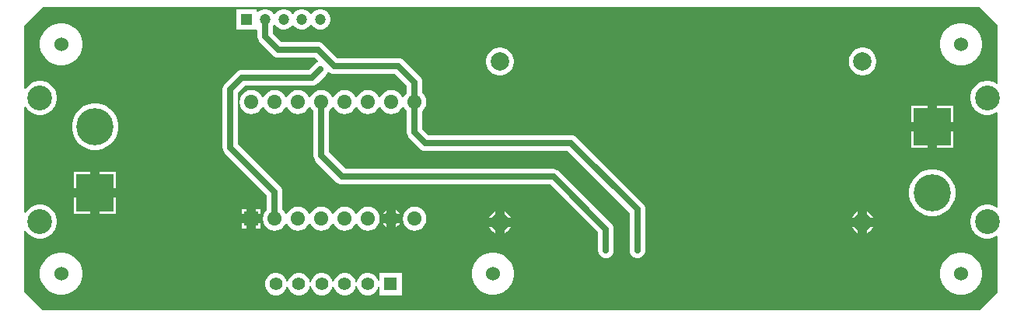
<source format=gbl>
G04*
G04 #@! TF.GenerationSoftware,Altium Limited,Altium Designer,25.8.1 (18)*
G04*
G04 Layer_Physical_Order=2*
G04 Layer_Color=16711680*
%FSLAX44Y44*%
%MOMM*%
G71*
G04*
G04 #@! TF.SameCoordinates,F8F0A343-2924-4F85-9C9D-BDB02173843C*
G04*
G04*
G04 #@! TF.FilePolarity,Positive*
G04*
G01*
G75*
%ADD22O,1.5240X1.6000*%
%ADD24R,1.5240X1.6000*%
%ADD29C,1.2000*%
%ADD30R,1.2000X1.2000*%
%ADD33C,0.7000*%
%ADD37C,2.0000*%
%ADD38C,4.0500*%
%ADD39R,4.0500X4.0500*%
%ADD40C,2.7000*%
%ADD41R,1.4000X1.4000*%
%ADD42C,1.4000*%
%ADD43C,1.5240*%
%ADD44C,0.7000*%
G36*
X1350000Y1230000D02*
Y1167606D01*
X1348880Y1167008D01*
X1347343Y1168035D01*
X1343976Y1169429D01*
X1340402Y1170140D01*
X1336758D01*
X1333184Y1169429D01*
X1329817Y1168035D01*
X1326787Y1166010D01*
X1324210Y1163433D01*
X1322186Y1160403D01*
X1320791Y1157036D01*
X1320080Y1153462D01*
Y1149818D01*
X1320791Y1146244D01*
X1322186Y1142877D01*
X1324210Y1139847D01*
X1326787Y1137270D01*
X1329817Y1135246D01*
X1333184Y1133851D01*
X1336758Y1133140D01*
X1340402D01*
X1343976Y1133851D01*
X1347343Y1135246D01*
X1348880Y1136273D01*
X1350000Y1135674D01*
Y1032606D01*
X1348880Y1032008D01*
X1347343Y1033035D01*
X1343976Y1034429D01*
X1340402Y1035140D01*
X1336758D01*
X1333184Y1034429D01*
X1329817Y1033035D01*
X1326787Y1031010D01*
X1324210Y1028433D01*
X1322186Y1025403D01*
X1320791Y1022036D01*
X1320080Y1018462D01*
Y1014818D01*
X1320791Y1011244D01*
X1322186Y1007877D01*
X1324210Y1004847D01*
X1326787Y1002270D01*
X1329817Y1000246D01*
X1333184Y998851D01*
X1336758Y998140D01*
X1340402D01*
X1343976Y998851D01*
X1347343Y1000246D01*
X1348880Y1001273D01*
X1350000Y1000674D01*
Y940000D01*
X1330000Y920000D01*
X310000D01*
X290000Y940000D01*
Y1006542D01*
X291270Y1006927D01*
X292660Y1004847D01*
X295237Y1002270D01*
X298267Y1000246D01*
X301634Y998851D01*
X305208Y998140D01*
X308852D01*
X312426Y998851D01*
X315793Y1000246D01*
X318823Y1002270D01*
X321400Y1004847D01*
X323424Y1007877D01*
X324819Y1011244D01*
X325530Y1014818D01*
Y1018462D01*
X324819Y1022036D01*
X323424Y1025403D01*
X321400Y1028433D01*
X318823Y1031010D01*
X315793Y1033035D01*
X312426Y1034429D01*
X308852Y1035140D01*
X305208D01*
X301634Y1034429D01*
X298267Y1033035D01*
X295237Y1031010D01*
X292660Y1028433D01*
X291270Y1026353D01*
X290000Y1026738D01*
Y1141542D01*
X291270Y1141927D01*
X292660Y1139847D01*
X295237Y1137270D01*
X298267Y1135246D01*
X301634Y1133851D01*
X305208Y1133140D01*
X308852D01*
X312426Y1133851D01*
X315793Y1135246D01*
X318823Y1137270D01*
X321400Y1139847D01*
X323424Y1142877D01*
X324819Y1146244D01*
X325530Y1149818D01*
Y1153462D01*
X324819Y1157036D01*
X323424Y1160403D01*
X321400Y1163433D01*
X318823Y1166010D01*
X315793Y1168035D01*
X312426Y1169429D01*
X308852Y1170140D01*
X305208D01*
X301634Y1169429D01*
X298267Y1168035D01*
X295237Y1166010D01*
X292660Y1163433D01*
X291270Y1161353D01*
X290000Y1161738D01*
Y1230000D01*
X310000Y1250000D01*
X1330000D01*
X1350000Y1230000D01*
D02*
G37*
%LPC*%
G36*
X613588Y1247980D02*
X610692D01*
X607894Y1247230D01*
X605386Y1245782D01*
X603338Y1243734D01*
X602775Y1242759D01*
X601505D01*
X600942Y1243734D01*
X598894Y1245782D01*
X596386Y1247230D01*
X593588Y1247980D01*
X590692D01*
X587894Y1247230D01*
X585386Y1245782D01*
X583338Y1243734D01*
X582775Y1242759D01*
X581505D01*
X580942Y1243734D01*
X578894Y1245782D01*
X576386Y1247230D01*
X573588Y1247980D01*
X570692D01*
X567894Y1247230D01*
X565386Y1245782D01*
X563338Y1243734D01*
X562775Y1242759D01*
X561505D01*
X560942Y1243734D01*
X558894Y1245782D01*
X556386Y1247230D01*
X553588Y1247980D01*
X550692D01*
X547894Y1247230D01*
X545386Y1245782D01*
X544410Y1244806D01*
X543140Y1245332D01*
Y1247980D01*
X521140D01*
Y1225980D01*
X543140D01*
X543877Y1225015D01*
Y1217930D01*
X544169Y1215711D01*
X545025Y1213643D01*
X546388Y1211868D01*
X560358Y1197898D01*
X562133Y1196535D01*
X564201Y1195679D01*
X566420Y1195387D01*
X606049D01*
X609609Y1191826D01*
X609610Y1191822D01*
X609453Y1190776D01*
X609245Y1190394D01*
X608859Y1190291D01*
X608372Y1190010D01*
X607853Y1189795D01*
X607408Y1189453D01*
X606921Y1189172D01*
X606524Y1188774D01*
X606078Y1188432D01*
X599699Y1182053D01*
X527050D01*
X524831Y1181761D01*
X522763Y1180905D01*
X520988Y1179542D01*
X508288Y1166842D01*
X506925Y1165067D01*
X506069Y1162999D01*
X505777Y1160780D01*
Y1097280D01*
X506069Y1095061D01*
X506925Y1092993D01*
X508288Y1091218D01*
X554037Y1045469D01*
Y1029519D01*
X553609Y1029191D01*
X551586Y1026554D01*
X550315Y1023484D01*
X549881Y1020190D01*
Y1019430D01*
X550315Y1016135D01*
X551586Y1013066D01*
X553609Y1010429D01*
X556246Y1008407D01*
X559315Y1007135D01*
X562610Y1006701D01*
X565905Y1007135D01*
X568974Y1008407D01*
X571611Y1010429D01*
X573633Y1013066D01*
X574623Y1015454D01*
X575997D01*
X576987Y1013066D01*
X579009Y1010429D01*
X581646Y1008407D01*
X584715Y1007135D01*
X588010Y1006701D01*
X591305Y1007135D01*
X594374Y1008407D01*
X597011Y1010429D01*
X599034Y1013066D01*
X600023Y1015454D01*
X601397D01*
X602387Y1013066D01*
X604409Y1010429D01*
X607046Y1008407D01*
X610116Y1007135D01*
X613410Y1006701D01*
X616704Y1007135D01*
X619774Y1008407D01*
X622411Y1010429D01*
X624434Y1013066D01*
X625423Y1015454D01*
X626797D01*
X627786Y1013066D01*
X629809Y1010429D01*
X632446Y1008407D01*
X635516Y1007135D01*
X638810Y1006701D01*
X642104Y1007135D01*
X645174Y1008407D01*
X647811Y1010429D01*
X649834Y1013066D01*
X650823Y1015454D01*
X652197D01*
X653186Y1013066D01*
X655209Y1010429D01*
X657846Y1008407D01*
X660916Y1007135D01*
X664210Y1006701D01*
X667505Y1007135D01*
X670574Y1008407D01*
X673211Y1010429D01*
X675234Y1013066D01*
X676505Y1016135D01*
X676939Y1019430D01*
Y1020190D01*
X676505Y1023484D01*
X675234Y1026554D01*
X673211Y1029191D01*
X670574Y1031214D01*
X667505Y1032485D01*
X664210Y1032919D01*
X660916Y1032485D01*
X657846Y1031214D01*
X655209Y1029191D01*
X653186Y1026554D01*
X652197Y1024166D01*
X650823D01*
X649834Y1026554D01*
X647811Y1029191D01*
X645174Y1031214D01*
X642104Y1032485D01*
X638810Y1032919D01*
X635516Y1032485D01*
X632446Y1031214D01*
X629809Y1029191D01*
X627786Y1026554D01*
X626797Y1024166D01*
X625423D01*
X624434Y1026554D01*
X622411Y1029191D01*
X619774Y1031214D01*
X616704Y1032485D01*
X613410Y1032919D01*
X610116Y1032485D01*
X607046Y1031214D01*
X604409Y1029191D01*
X602387Y1026554D01*
X601397Y1024166D01*
X600023D01*
X599034Y1026554D01*
X597011Y1029191D01*
X594374Y1031214D01*
X591305Y1032485D01*
X588010Y1032919D01*
X584715Y1032485D01*
X581646Y1031214D01*
X579009Y1029191D01*
X576987Y1026554D01*
X575997Y1024166D01*
X574623D01*
X573633Y1026554D01*
X571611Y1029191D01*
X571183Y1029519D01*
Y1049020D01*
X570891Y1051239D01*
X570035Y1053307D01*
X568672Y1055082D01*
X522923Y1100831D01*
Y1157229D01*
X530601Y1164907D01*
X603250D01*
X605469Y1165199D01*
X607537Y1166055D01*
X609312Y1167418D01*
X618202Y1176308D01*
X618544Y1176754D01*
X618942Y1177151D01*
X619223Y1177638D01*
X619565Y1178083D01*
X619780Y1178602D01*
X620061Y1179089D01*
X620164Y1179475D01*
X620643Y1179742D01*
X621557Y1179899D01*
X621622Y1179884D01*
X623093Y1178755D01*
X625161Y1177899D01*
X627380Y1177607D01*
X693679D01*
X706437Y1164849D01*
Y1156518D01*
X706009Y1156191D01*
X703987Y1153554D01*
X702997Y1151166D01*
X701623D01*
X700633Y1153554D01*
X698611Y1156191D01*
X695974Y1158214D01*
X692905Y1159485D01*
X689610Y1159919D01*
X686316Y1159485D01*
X683246Y1158214D01*
X680609Y1156191D01*
X678587Y1153554D01*
X677597Y1151166D01*
X676223D01*
X675234Y1153554D01*
X673211Y1156191D01*
X670574Y1158214D01*
X667505Y1159485D01*
X664210Y1159919D01*
X660916Y1159485D01*
X657846Y1158214D01*
X655209Y1156191D01*
X653186Y1153554D01*
X652197Y1151166D01*
X650823D01*
X649834Y1153554D01*
X647811Y1156191D01*
X645174Y1158214D01*
X642104Y1159485D01*
X638810Y1159919D01*
X635516Y1159485D01*
X632446Y1158214D01*
X629809Y1156191D01*
X627786Y1153554D01*
X626797Y1151166D01*
X625423D01*
X624434Y1153554D01*
X622411Y1156191D01*
X619774Y1158214D01*
X616704Y1159485D01*
X613410Y1159919D01*
X610116Y1159485D01*
X607046Y1158214D01*
X604409Y1156191D01*
X602387Y1153554D01*
X601397Y1151166D01*
X600023D01*
X599034Y1153554D01*
X597011Y1156191D01*
X594374Y1158214D01*
X591305Y1159485D01*
X588010Y1159919D01*
X584715Y1159485D01*
X581646Y1158214D01*
X579009Y1156191D01*
X576987Y1153554D01*
X575997Y1151166D01*
X574623D01*
X573633Y1153554D01*
X571611Y1156191D01*
X568974Y1158214D01*
X565905Y1159485D01*
X562610Y1159919D01*
X559315Y1159485D01*
X556246Y1158214D01*
X553609Y1156191D01*
X551586Y1153554D01*
X550597Y1151166D01*
X549223D01*
X548233Y1153554D01*
X546211Y1156191D01*
X543574Y1158214D01*
X540504Y1159485D01*
X537210Y1159919D01*
X533915Y1159485D01*
X530846Y1158214D01*
X528209Y1156191D01*
X526186Y1153554D01*
X524915Y1150484D01*
X524481Y1147190D01*
Y1146430D01*
X524915Y1143136D01*
X526186Y1140066D01*
X528209Y1137429D01*
X530846Y1135406D01*
X533915Y1134135D01*
X537210Y1133701D01*
X540504Y1134135D01*
X543574Y1135406D01*
X546211Y1137429D01*
X548233Y1140066D01*
X549223Y1142454D01*
X550597D01*
X551586Y1140066D01*
X553609Y1137429D01*
X556246Y1135406D01*
X559315Y1134135D01*
X562610Y1133701D01*
X565905Y1134135D01*
X568974Y1135406D01*
X571611Y1137429D01*
X573633Y1140066D01*
X574623Y1142454D01*
X575997D01*
X576987Y1140066D01*
X579009Y1137429D01*
X581646Y1135406D01*
X584715Y1134135D01*
X588010Y1133701D01*
X591305Y1134135D01*
X594374Y1135406D01*
X597011Y1137429D01*
X599034Y1140066D01*
X600023Y1142454D01*
X601397D01*
X602387Y1140066D01*
X604409Y1137429D01*
X604837Y1137102D01*
Y1088390D01*
X605129Y1086171D01*
X605985Y1084103D01*
X607348Y1082328D01*
X630208Y1059468D01*
X631983Y1058105D01*
X634051Y1057249D01*
X636270Y1056957D01*
X862589D01*
X914717Y1004829D01*
Y985520D01*
X914790Y984963D01*
Y984401D01*
X914935Y983858D01*
X915009Y983301D01*
X915224Y982782D01*
X915369Y982239D01*
X915650Y981752D01*
X915865Y981233D01*
X916207Y980788D01*
X916488Y980301D01*
X916886Y979904D01*
X917228Y979458D01*
X917674Y979116D01*
X918071Y978718D01*
X918558Y978437D01*
X919003Y978095D01*
X919522Y977880D01*
X920009Y977599D01*
X920552Y977454D01*
X921071Y977239D01*
X921628Y977165D01*
X922171Y977020D01*
X922733D01*
X923290Y976947D01*
X923847Y977020D01*
X924409D01*
X924952Y977165D01*
X925509Y977239D01*
X926028Y977454D01*
X926571Y977599D01*
X927058Y977880D01*
X927577Y978095D01*
X928022Y978437D01*
X928509Y978718D01*
X928906Y979116D01*
X929352Y979458D01*
X929694Y979904D01*
X930092Y980301D01*
X930373Y980788D01*
X930715Y981233D01*
X930930Y981752D01*
X931211Y982239D01*
X931356Y982782D01*
X931571Y983301D01*
X931645Y983858D01*
X931790Y984401D01*
Y984963D01*
X931863Y985520D01*
Y1008380D01*
X931863Y1008380D01*
X931571Y1010599D01*
X930715Y1012667D01*
X929352Y1014442D01*
X872202Y1071592D01*
X870427Y1072955D01*
X868359Y1073811D01*
X866140Y1074103D01*
X639821D01*
X621983Y1091941D01*
Y1137102D01*
X622411Y1137429D01*
X624434Y1140066D01*
X625423Y1142454D01*
X626797D01*
X627786Y1140066D01*
X629809Y1137429D01*
X632446Y1135406D01*
X635516Y1134135D01*
X638810Y1133701D01*
X642104Y1134135D01*
X645174Y1135406D01*
X647811Y1137429D01*
X649834Y1140066D01*
X650823Y1142454D01*
X652197D01*
X653186Y1140066D01*
X655209Y1137429D01*
X657846Y1135406D01*
X660916Y1134135D01*
X664210Y1133701D01*
X667505Y1134135D01*
X670574Y1135406D01*
X673211Y1137429D01*
X675234Y1140066D01*
X676223Y1142454D01*
X677597D01*
X678587Y1140066D01*
X680609Y1137429D01*
X683246Y1135406D01*
X686316Y1134135D01*
X689610Y1133701D01*
X692905Y1134135D01*
X695974Y1135406D01*
X698611Y1137429D01*
X700633Y1140066D01*
X701623Y1142454D01*
X702997D01*
X703987Y1140066D01*
X706009Y1137429D01*
X706437Y1137102D01*
Y1113790D01*
X706729Y1111571D01*
X707585Y1109503D01*
X708948Y1107728D01*
X720378Y1096298D01*
X722153Y1094935D01*
X724221Y1094079D01*
X726440Y1093787D01*
X881639D01*
X949007Y1026419D01*
Y985520D01*
X949080Y984963D01*
Y984401D01*
X949225Y983858D01*
X949299Y983301D01*
X949514Y982782D01*
X949659Y982239D01*
X949940Y981752D01*
X950155Y981233D01*
X950497Y980788D01*
X950778Y980301D01*
X951176Y979904D01*
X951518Y979458D01*
X951964Y979116D01*
X952361Y978718D01*
X952848Y978437D01*
X953293Y978095D01*
X953812Y977880D01*
X954299Y977599D01*
X954842Y977454D01*
X955361Y977239D01*
X955918Y977165D01*
X956461Y977020D01*
X957023D01*
X957580Y976947D01*
X958137Y977020D01*
X958699D01*
X959242Y977165D01*
X959799Y977239D01*
X960318Y977454D01*
X960861Y977599D01*
X961348Y977880D01*
X961867Y978095D01*
X962312Y978437D01*
X962799Y978718D01*
X963196Y979116D01*
X963642Y979458D01*
X963984Y979904D01*
X964382Y980301D01*
X964663Y980788D01*
X965005Y981233D01*
X965220Y981752D01*
X965501Y982239D01*
X965646Y982782D01*
X965861Y983301D01*
X965935Y983858D01*
X966080Y984401D01*
Y984963D01*
X966153Y985520D01*
Y1029970D01*
X965861Y1032189D01*
X965005Y1034257D01*
X963642Y1036032D01*
X891252Y1108422D01*
X889477Y1109785D01*
X887409Y1110641D01*
X885190Y1110933D01*
X729991D01*
X723583Y1117341D01*
Y1137102D01*
X724011Y1137429D01*
X726033Y1140066D01*
X727305Y1143136D01*
X727739Y1146430D01*
Y1147190D01*
X727305Y1150484D01*
X726033Y1153554D01*
X724011Y1156191D01*
X723583Y1156518D01*
Y1168400D01*
X723291Y1170619D01*
X722435Y1172687D01*
X721072Y1174462D01*
X703292Y1192242D01*
X701517Y1193605D01*
X699449Y1194461D01*
X697230Y1194753D01*
X630931D01*
X615662Y1210022D01*
X613887Y1211385D01*
X611819Y1212241D01*
X609600Y1212533D01*
X569971D01*
X561023Y1221481D01*
Y1230367D01*
X561505Y1231201D01*
X562775D01*
X563338Y1230226D01*
X565386Y1228178D01*
X567894Y1226730D01*
X570692Y1225980D01*
X573588D01*
X576386Y1226730D01*
X578894Y1228178D01*
X580942Y1230226D01*
X581505Y1231201D01*
X582775D01*
X583338Y1230226D01*
X585386Y1228178D01*
X587894Y1226730D01*
X590692Y1225980D01*
X593588D01*
X596386Y1226730D01*
X598894Y1228178D01*
X600942Y1230226D01*
X601505Y1231201D01*
X602775D01*
X603338Y1230226D01*
X605386Y1228178D01*
X607894Y1226730D01*
X610692Y1225980D01*
X613588D01*
X616386Y1226730D01*
X618894Y1228178D01*
X620942Y1230226D01*
X622390Y1232734D01*
X623140Y1235532D01*
Y1238428D01*
X622390Y1241226D01*
X620942Y1243734D01*
X618894Y1245782D01*
X616386Y1247230D01*
X613588Y1247980D01*
D02*
G37*
G36*
X1312265Y1233000D02*
X1307735D01*
X1303291Y1232116D01*
X1299105Y1230382D01*
X1295338Y1227865D01*
X1292135Y1224662D01*
X1289618Y1220895D01*
X1287884Y1216709D01*
X1287000Y1212265D01*
Y1207735D01*
X1287884Y1203291D01*
X1289618Y1199105D01*
X1292135Y1195338D01*
X1295338Y1192135D01*
X1299105Y1189618D01*
X1303291Y1187884D01*
X1307735Y1187000D01*
X1312265D01*
X1316709Y1187884D01*
X1320895Y1189618D01*
X1324662Y1192135D01*
X1327865Y1195338D01*
X1330382Y1199105D01*
X1332116Y1203291D01*
X1333000Y1207735D01*
Y1212265D01*
X1332116Y1216709D01*
X1330382Y1220895D01*
X1327865Y1224662D01*
X1324662Y1227865D01*
X1320895Y1230382D01*
X1316709Y1232116D01*
X1312265Y1233000D01*
D02*
G37*
G36*
X332265D02*
X327735D01*
X323291Y1232116D01*
X319105Y1230382D01*
X315338Y1227865D01*
X312135Y1224662D01*
X309618Y1220895D01*
X307884Y1216709D01*
X307000Y1212265D01*
Y1207735D01*
X307884Y1203291D01*
X309618Y1199105D01*
X312135Y1195338D01*
X315338Y1192135D01*
X319105Y1189618D01*
X323291Y1187884D01*
X327735Y1187000D01*
X332265D01*
X336709Y1187884D01*
X340895Y1189618D01*
X344662Y1192135D01*
X347865Y1195338D01*
X350382Y1199105D01*
X352116Y1203291D01*
X353000Y1207735D01*
Y1212265D01*
X352116Y1216709D01*
X350382Y1220895D01*
X347865Y1224662D01*
X344662Y1227865D01*
X340895Y1230382D01*
X336709Y1232116D01*
X332265Y1233000D01*
D02*
G37*
G36*
X1204197Y1206000D02*
X1201243D01*
X1198345Y1205424D01*
X1195615Y1204293D01*
X1193158Y1202651D01*
X1191069Y1200562D01*
X1189427Y1198105D01*
X1188297Y1195375D01*
X1187720Y1192477D01*
Y1189523D01*
X1188297Y1186625D01*
X1189427Y1183895D01*
X1191069Y1181438D01*
X1193158Y1179349D01*
X1195615Y1177707D01*
X1198345Y1176577D01*
X1201243Y1176000D01*
X1204197D01*
X1207095Y1176577D01*
X1209825Y1177707D01*
X1212282Y1179349D01*
X1214371Y1181438D01*
X1216013Y1183895D01*
X1217143Y1186625D01*
X1217720Y1189523D01*
Y1192477D01*
X1217143Y1195375D01*
X1216013Y1198105D01*
X1214371Y1200562D01*
X1212282Y1202651D01*
X1209825Y1204293D01*
X1207095Y1205424D01*
X1204197Y1206000D01*
D02*
G37*
G36*
X809197D02*
X806243D01*
X803345Y1205424D01*
X800615Y1204293D01*
X798158Y1202651D01*
X796069Y1200562D01*
X794427Y1198105D01*
X793297Y1195375D01*
X792720Y1192477D01*
Y1189523D01*
X793297Y1186625D01*
X794427Y1183895D01*
X796069Y1181438D01*
X798158Y1179349D01*
X800615Y1177707D01*
X803345Y1176577D01*
X806243Y1176000D01*
X809197D01*
X812095Y1176577D01*
X814825Y1177707D01*
X817282Y1179349D01*
X819371Y1181438D01*
X821013Y1183895D01*
X822143Y1186625D01*
X822720Y1189523D01*
Y1192477D01*
X822143Y1195375D01*
X821013Y1198105D01*
X819371Y1200562D01*
X817282Y1202651D01*
X814825Y1204293D01*
X812095Y1205424D01*
X809197Y1206000D01*
D02*
G37*
G36*
X1301370Y1142930D02*
X1283580D01*
Y1125140D01*
X1301370D01*
Y1142930D01*
D02*
G37*
G36*
X1273580D02*
X1255790D01*
Y1125140D01*
X1273580D01*
Y1142930D01*
D02*
G37*
G36*
X1301370Y1115140D02*
X1283580D01*
Y1097350D01*
X1301370D01*
Y1115140D01*
D02*
G37*
G36*
X1273580D02*
X1255790D01*
Y1097350D01*
X1273580D01*
Y1115140D01*
D02*
G37*
G36*
X369517Y1145390D02*
X364543D01*
X359665Y1144420D01*
X355070Y1142516D01*
X350934Y1139753D01*
X347417Y1136236D01*
X344654Y1132100D01*
X342750Y1127505D01*
X341780Y1122627D01*
Y1117653D01*
X342750Y1112775D01*
X344654Y1108180D01*
X347417Y1104044D01*
X350934Y1100527D01*
X355070Y1097764D01*
X359665Y1095860D01*
X364543Y1094890D01*
X369517D01*
X374395Y1095860D01*
X378990Y1097764D01*
X383126Y1100527D01*
X386643Y1104044D01*
X389406Y1108180D01*
X391310Y1112775D01*
X392280Y1117653D01*
Y1122627D01*
X391310Y1127505D01*
X389406Y1132100D01*
X386643Y1136236D01*
X383126Y1139753D01*
X378990Y1142516D01*
X374395Y1144420D01*
X369517Y1145390D01*
D02*
G37*
G36*
X389820Y1070930D02*
X372030D01*
Y1053140D01*
X389820D01*
Y1070930D01*
D02*
G37*
G36*
X362030D02*
X344240D01*
Y1053140D01*
X362030D01*
Y1070930D01*
D02*
G37*
G36*
X389820Y1043140D02*
X372030D01*
Y1025350D01*
X389820D01*
Y1043140D01*
D02*
G37*
G36*
X362030D02*
X344240D01*
Y1025350D01*
X362030D01*
Y1043140D01*
D02*
G37*
G36*
X694610Y1029116D02*
Y1024810D01*
X698693D01*
X698485Y1025314D01*
X696856Y1027436D01*
X694734Y1029065D01*
X694610Y1029116D01*
D02*
G37*
G36*
X547370Y1030350D02*
X542210D01*
Y1024810D01*
X547370D01*
Y1030350D01*
D02*
G37*
G36*
X684610Y1029116D02*
X684486Y1029065D01*
X682364Y1027436D01*
X680735Y1025314D01*
X680527Y1024810D01*
X684610D01*
Y1029116D01*
D02*
G37*
G36*
X532210Y1030350D02*
X527050D01*
Y1024810D01*
X532210D01*
Y1030350D01*
D02*
G37*
G36*
X1281067Y1073390D02*
X1276093D01*
X1271215Y1072420D01*
X1266620Y1070516D01*
X1262484Y1067753D01*
X1258967Y1064236D01*
X1256204Y1060100D01*
X1254300Y1055505D01*
X1253330Y1050627D01*
Y1045653D01*
X1254300Y1040775D01*
X1256204Y1036180D01*
X1258967Y1032044D01*
X1262484Y1028527D01*
X1266620Y1025764D01*
X1271215Y1023860D01*
X1276093Y1022890D01*
X1281067D01*
X1285945Y1023860D01*
X1290540Y1025764D01*
X1294676Y1028527D01*
X1298193Y1032044D01*
X1300956Y1036180D01*
X1302860Y1040775D01*
X1303830Y1045653D01*
Y1050627D01*
X1302860Y1055505D01*
X1300956Y1060100D01*
X1298193Y1064236D01*
X1294676Y1067753D01*
X1290540Y1070516D01*
X1285945Y1072420D01*
X1281067Y1073390D01*
D02*
G37*
G36*
X1207720Y1027593D02*
Y1021000D01*
X1214313D01*
X1212755Y1023700D01*
X1210420Y1026034D01*
X1207720Y1027593D01*
D02*
G37*
G36*
X1197720D02*
X1195020Y1026034D01*
X1192685Y1023700D01*
X1191127Y1021000D01*
X1197720D01*
Y1027593D01*
D02*
G37*
G36*
X812720D02*
Y1021000D01*
X819313D01*
X817755Y1023700D01*
X815420Y1026034D01*
X812720Y1027593D01*
D02*
G37*
G36*
X802720D02*
X800020Y1026034D01*
X797685Y1023700D01*
X796127Y1021000D01*
X802720D01*
Y1027593D01*
D02*
G37*
G36*
X698693Y1014810D02*
X694610D01*
Y1010504D01*
X694734Y1010555D01*
X696856Y1012184D01*
X698485Y1014306D01*
X698693Y1014810D01*
D02*
G37*
G36*
X684610D02*
X680527D01*
X680735Y1014306D01*
X682364Y1012184D01*
X684486Y1010555D01*
X684610Y1010504D01*
Y1014810D01*
D02*
G37*
G36*
X547370D02*
X542210D01*
Y1009270D01*
X547370D01*
Y1014810D01*
D02*
G37*
G36*
X532210D02*
X527050D01*
Y1009270D01*
X532210D01*
Y1014810D01*
D02*
G37*
G36*
X715010Y1032919D02*
X711715Y1032485D01*
X708646Y1031214D01*
X706009Y1029191D01*
X703987Y1026554D01*
X702715Y1023484D01*
X702281Y1020190D01*
Y1019430D01*
X702715Y1016135D01*
X703987Y1013066D01*
X706009Y1010429D01*
X708646Y1008407D01*
X711715Y1007135D01*
X715010Y1006701D01*
X718305Y1007135D01*
X721374Y1008407D01*
X724011Y1010429D01*
X726033Y1013066D01*
X727305Y1016135D01*
X727739Y1019430D01*
Y1020190D01*
X727305Y1023484D01*
X726033Y1026554D01*
X724011Y1029191D01*
X721374Y1031214D01*
X718305Y1032485D01*
X715010Y1032919D01*
D02*
G37*
G36*
X819313Y1011000D02*
X812720D01*
Y1004407D01*
X815420Y1005965D01*
X817755Y1008300D01*
X819313Y1011000D01*
D02*
G37*
G36*
X802720D02*
X796127D01*
X797685Y1008300D01*
X800020Y1005965D01*
X802720Y1004407D01*
Y1011000D01*
D02*
G37*
G36*
X1214313D02*
X1207720D01*
Y1004407D01*
X1210420Y1005965D01*
X1212755Y1008300D01*
X1214313Y1011000D01*
D02*
G37*
G36*
X1197720D02*
X1191127D01*
X1192685Y1008300D01*
X1195020Y1005965D01*
X1197720Y1004407D01*
Y1011000D01*
D02*
G37*
G36*
X700880Y960690D02*
X676880D01*
Y951444D01*
X675610Y951277D01*
X675062Y953322D01*
X673482Y956058D01*
X671248Y958292D01*
X668512Y959872D01*
X665460Y960690D01*
X662300D01*
X659248Y959872D01*
X656512Y958292D01*
X654278Y956058D01*
X652698Y953322D01*
X652037Y950857D01*
X650723D01*
X650062Y953322D01*
X648482Y956058D01*
X646248Y958292D01*
X643512Y959872D01*
X640460Y960690D01*
X637300D01*
X634248Y959872D01*
X631512Y958292D01*
X629278Y956058D01*
X627698Y953322D01*
X627037Y950857D01*
X625723D01*
X625062Y953322D01*
X623482Y956058D01*
X621248Y958292D01*
X618512Y959872D01*
X615460Y960690D01*
X612300D01*
X609248Y959872D01*
X606512Y958292D01*
X604278Y956058D01*
X602698Y953322D01*
X602037Y950857D01*
X600723D01*
X600062Y953322D01*
X598482Y956058D01*
X596248Y958292D01*
X593512Y959872D01*
X590460Y960690D01*
X587300D01*
X584248Y959872D01*
X581512Y958292D01*
X579278Y956058D01*
X577698Y953322D01*
X577037Y950857D01*
X575723D01*
X575062Y953322D01*
X573482Y956058D01*
X571248Y958292D01*
X568512Y959872D01*
X565460Y960690D01*
X562300D01*
X559248Y959872D01*
X556512Y958292D01*
X554278Y956058D01*
X552698Y953322D01*
X551880Y950270D01*
Y947110D01*
X552698Y944058D01*
X554278Y941322D01*
X556512Y939088D01*
X559248Y937508D01*
X562300Y936690D01*
X565460D01*
X568512Y937508D01*
X571248Y939088D01*
X573482Y941322D01*
X575062Y944058D01*
X575723Y946523D01*
X577037D01*
X577698Y944058D01*
X579278Y941322D01*
X581512Y939088D01*
X584248Y937508D01*
X587300Y936690D01*
X590460D01*
X593512Y937508D01*
X596248Y939088D01*
X598482Y941322D01*
X600062Y944058D01*
X600723Y946523D01*
X602037D01*
X602698Y944058D01*
X604278Y941322D01*
X606512Y939088D01*
X609248Y937508D01*
X612300Y936690D01*
X615460D01*
X618512Y937508D01*
X621248Y939088D01*
X623482Y941322D01*
X625062Y944058D01*
X625723Y946523D01*
X627037D01*
X627698Y944058D01*
X629278Y941322D01*
X631512Y939088D01*
X634248Y937508D01*
X637300Y936690D01*
X640460D01*
X643512Y937508D01*
X646248Y939088D01*
X648482Y941322D01*
X650062Y944058D01*
X650723Y946523D01*
X652037D01*
X652698Y944058D01*
X654278Y941322D01*
X656512Y939088D01*
X659248Y937508D01*
X662300Y936690D01*
X665460D01*
X668512Y937508D01*
X671248Y939088D01*
X673482Y941322D01*
X675062Y944058D01*
X675610Y946103D01*
X676880Y945936D01*
Y936690D01*
X700880D01*
Y960690D01*
D02*
G37*
G36*
X1312265Y983000D02*
X1307735D01*
X1303291Y982116D01*
X1299105Y980382D01*
X1295338Y977865D01*
X1292135Y974662D01*
X1289618Y970895D01*
X1287884Y966709D01*
X1287000Y962265D01*
Y957735D01*
X1287884Y953291D01*
X1289618Y949105D01*
X1292135Y945338D01*
X1295338Y942135D01*
X1299105Y939618D01*
X1303291Y937884D01*
X1307735Y937000D01*
X1312265D01*
X1316709Y937884D01*
X1320895Y939618D01*
X1324662Y942135D01*
X1327865Y945338D01*
X1330382Y949105D01*
X1332116Y953291D01*
X1333000Y957735D01*
Y962265D01*
X1332116Y966709D01*
X1330382Y970895D01*
X1327865Y974662D01*
X1324662Y977865D01*
X1320895Y980382D01*
X1316709Y982116D01*
X1312265Y983000D01*
D02*
G37*
G36*
X802265D02*
X797735D01*
X793291Y982116D01*
X789105Y980382D01*
X785338Y977865D01*
X782135Y974662D01*
X779618Y970895D01*
X777884Y966709D01*
X777000Y962265D01*
Y957735D01*
X777884Y953291D01*
X779618Y949105D01*
X782135Y945338D01*
X785338Y942135D01*
X789105Y939618D01*
X793291Y937884D01*
X797735Y937000D01*
X802265D01*
X806709Y937884D01*
X810895Y939618D01*
X814662Y942135D01*
X817865Y945338D01*
X820382Y949105D01*
X822116Y953291D01*
X823000Y957735D01*
Y962265D01*
X822116Y966709D01*
X820382Y970895D01*
X817865Y974662D01*
X814662Y977865D01*
X810895Y980382D01*
X806709Y982116D01*
X802265Y983000D01*
D02*
G37*
G36*
X332265D02*
X327735D01*
X323291Y982116D01*
X319105Y980382D01*
X315338Y977865D01*
X312135Y974662D01*
X309618Y970895D01*
X307884Y966709D01*
X307000Y962265D01*
Y957735D01*
X307884Y953291D01*
X309618Y949105D01*
X312135Y945338D01*
X315338Y942135D01*
X319105Y939618D01*
X323291Y937884D01*
X327735Y937000D01*
X332265D01*
X336709Y937884D01*
X340895Y939618D01*
X344662Y942135D01*
X347865Y945338D01*
X350382Y949105D01*
X352116Y953291D01*
X353000Y957735D01*
Y962265D01*
X352116Y966709D01*
X350382Y970895D01*
X347865Y974662D01*
X344662Y977865D01*
X340895Y980382D01*
X336709Y982116D01*
X332265Y983000D01*
D02*
G37*
%LPD*%
D22*
X715010Y1019810D02*
D03*
X689610D02*
D03*
X562610Y1146810D02*
D03*
X537210D02*
D03*
X588010D02*
D03*
X613410D02*
D03*
X638810D02*
D03*
X664210D02*
D03*
X689610D02*
D03*
X715010D02*
D03*
X664210Y1019810D02*
D03*
X638810D02*
D03*
X613410D02*
D03*
X588010D02*
D03*
X562610D02*
D03*
D24*
X537210D02*
D03*
D29*
X612140Y1236980D02*
D03*
X592140D02*
D03*
X572140D02*
D03*
X552140D02*
D03*
D30*
X532140D02*
D03*
D33*
X923290Y985520D02*
Y1008380D01*
X866140Y1065530D02*
X923290Y1008380D01*
X636270Y1065530D02*
X866140D01*
X885190Y1102360D02*
X957580Y1029970D01*
X726440Y1102360D02*
X885190D01*
X957580Y985520D02*
Y1029970D01*
X527050Y1173480D02*
X603250D01*
X514350Y1160780D02*
X527050Y1173480D01*
X603250D02*
X612140Y1182370D01*
X627380Y1186180D02*
X697230D01*
X566420Y1203960D02*
X609600D01*
X627380Y1186180D01*
X715010Y1113790D02*
X726440Y1102360D01*
X715010Y1146810D02*
Y1168400D01*
X697230Y1186180D02*
X715010Y1168400D01*
X552140Y1236980D02*
X552450Y1236670D01*
Y1217930D02*
Y1236670D01*
Y1217930D02*
X566420Y1203960D01*
X562610Y1019810D02*
Y1049020D01*
X514350Y1097280D02*
Y1160780D01*
Y1097280D02*
X562610Y1049020D01*
X613410Y1088390D02*
X636270Y1065530D01*
X613410Y1088390D02*
Y1146810D01*
X715010Y1113790D02*
Y1146810D01*
D37*
X807720Y1191000D02*
D03*
X1202720D02*
D03*
Y1016000D02*
D03*
X807720D02*
D03*
D38*
X367030Y1120140D02*
D03*
X1278580Y1048140D02*
D03*
D39*
Y1120140D02*
D03*
X367030Y1048140D02*
D03*
D40*
X307030Y1151640D02*
D03*
Y1016640D02*
D03*
X1338580D02*
D03*
Y1151640D02*
D03*
D41*
X688880Y948690D02*
D03*
D42*
X638880D02*
D03*
X563880D02*
D03*
X613880D02*
D03*
X663880D02*
D03*
X588880D02*
D03*
D43*
X800000Y960000D02*
D03*
X1310000Y1210000D02*
D03*
Y960000D02*
D03*
X330000D02*
D03*
Y1210000D02*
D03*
D44*
X923290Y985520D02*
D03*
X612140Y1182370D02*
D03*
X957580Y985520D02*
D03*
M02*

</source>
